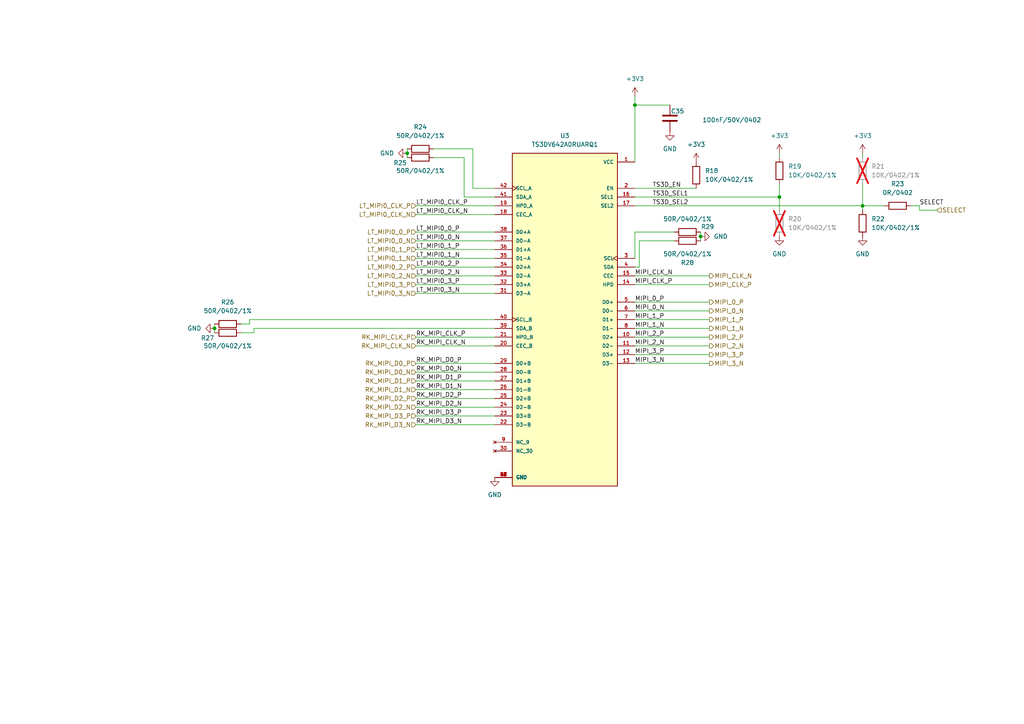
<source format=kicad_sch>
(kicad_sch (version 20231120) (generator "eeschema") (generator_version "8.0")
  (paper "A4")
  (lib_symbols
    (symbol "Device:C" (pin_numbers hide) (pin_names (offset 0.254))
      (property "Reference" "C" (at 0.635 2.54 0))
      (property "Value" "C" (at 0.635 -2.54 0))
      (symbol "C_0_1"
        (polyline (pts (xy -2.032 -0.762) (xy 2.032 -0.762)) (stroke (width 0.508)))
        (polyline (pts (xy -2.032 0.762) (xy 2.032 0.762)) (stroke (width 0.508)))
      )
      (symbol "C_1_1"
        (pin passive line (at 0 3.81 270) (length 2.794) (name "~") (number "1"))
        (pin passive line (at 0 -3.81 90) (length 2.794) (name "~") (number "2"))
      )
    )
    (symbol "Device:R" (pin_numbers hide) (pin_names (offset 0))
      (property "Reference" "R" (at 2.032 0 90))
      (property "Value" "R" (at 0 0 90))
      (symbol "R_0_1"
        (rectangle (start -1.016 -2.54) (end 1.016 2.54) (stroke (width 0.254)))
      )
      (symbol "R_1_1"
        (pin passive line (at 0 3.81 270) (length 1.27) (name "~") (number "1"))
        (pin passive line (at 0 -3.81 90) (length 1.27) (name "~") (number "2"))
      )
    )
    (symbol "USBCtoMIPI:TS3DV642A0RUAR" (pin_names (offset 1.016))
      (property "Reference" "U" (at -15.24 49.53 0))
      (property "Value" "TS3DV642A0RUARQ1" (at -15.24 -49.53 0))
      (symbol "TS3DV642A0RUAR_0_0"
        (rectangle (start -15.24 48.26) (end 15.24 -48.26) (stroke (width 0.254)) (fill (type background)))
        (pin power_in line (at -20.32 45.72 0) (length 5.08) (name "VCC") (number "1"))
        (pin bidirectional line (at -20.32 -5.08 0) (length 5.08) (name "D2+") (number "10"))
        (pin bidirectional line (at -20.32 -7.62 0) (length 5.08) (name "D2-") (number "11"))
        (pin bidirectional line (at -20.32 -10.16 0) (length 5.08) (name "D3+") (number "12"))
        (pin bidirectional line (at -20.32 -12.7 0) (length 5.08) (name "D3-") (number "13"))
        (pin bidirectional line (at -20.32 10.16 0) (length 5.08) (name "HPD") (number "14"))
        (pin bidirectional line (at -20.32 12.7 0) (length 5.08) (name "CEC") (number "15"))
        (pin input line (at -20.32 35.56 0) (length 5.08) (name "SEL1") (number "16"))
        (pin input line (at -20.32 33.02 0) (length 5.08) (name "SEL2") (number "17"))
        (pin bidirectional line (at 20.32 30.48 180) (length 5.08) (name "CEC_A") (number "18"))
        (pin bidirectional line (at 20.32 33.02 180) (length 5.08) (name "HPD_A") (number "19"))
        (pin input line (at -20.32 38.1 0) (length 5.08) (name "EN") (number "2"))
        (pin bidirectional line (at 20.32 -7.62 180) (length 5.08) (name "CEC_B") (number "20"))
        (pin bidirectional line (at 20.32 -5.08 180) (length 5.08) (name "HPD_B") (number "21"))
        (pin bidirectional line (at 20.32 -30.48 180) (length 5.08) (name "D3-B") (number "22"))
        (pin bidirectional line (at 20.32 -27.94 180) (length 5.08) (name "D3+B") (number "23"))
        (pin bidirectional line (at 20.32 -25.4 180) (length 5.08) (name "D2-B") (number "24"))
        (pin bidirectional line (at 20.32 -22.86 180) (length 5.08) (name "D2+B") (number "25"))
        (pin bidirectional line (at 20.32 -20.32 180) (length 5.08) (name "D1-B") (number "26"))
        (pin bidirectional line (at 20.32 -17.78 180) (length 5.08) (name "D1+B") (number "27"))
        (pin bidirectional line (at 20.32 -15.24 180) (length 5.08) (name "D0-B") (number "28"))
        (pin bidirectional line (at 20.32 -12.7 180) (length 5.08) (name "D0+B") (number "29"))
        (pin bidirectional clock (at -20.32 17.78 0) (length 5.08) (name "SCL") (number "3"))
        (pin no_connect line (at 20.32 -38.1 180) (length 5.08) (name "NC_30") (number "30"))
        (pin bidirectional line (at 20.32 7.62 180) (length 5.08) (name "D3-A") (number "31"))
        (pin bidirectional line (at 20.32 10.16 180) (length 5.08) (name "D3+A") (number "32"))
        (pin bidirectional line (at 20.32 12.7 180) (length 5.08) (name "D2-A") (number "33"))
        (pin bidirectional line (at 20.32 15.24 180) (length 5.08) (name "D2+A") (number "34"))
        (pin bidirectional line (at 20.32 17.78 180) (length 5.08) (name "D1-A") (number "35"))
        (pin bidirectional line (at 20.32 20.32 180) (length 5.08) (name "D1+A") (number "36"))
        (pin bidirectional line (at 20.32 22.86 180) (length 5.08) (name "D0-A") (number "37"))
        (pin bidirectional line (at 20.32 25.4 180) (length 5.08) (name "D0+A") (number "38"))
        (pin bidirectional line (at 20.32 -2.54 180) (length 5.08) (name "SDA_B") (number "39"))
        (pin bidirectional line (at -20.32 15.24 0) (length 5.08) (name "SDA") (number "4"))
        (pin bidirectional clock (at 20.32 0 180) (length 5.08) (name "SCL_B") (number "40"))
        (pin bidirectional line (at 20.32 35.56 180) (length 5.08) (name "SDA_A") (number "41"))
        (pin bidirectional clock (at 20.32 38.1 180) (length 5.08) (name "SCL_A") (number "42"))
        (pin power_in line (at 20.32 -45.72 180) (length 5.08) (name "GND") (number "43"))
        (pin power_in line (at 20.32 -45.72 180) (length 5.08) (name "GND") (number "44"))
        (pin power_in line (at 20.32 -45.72 180) (length 5.08) (name "GND") (number "45"))
        (pin power_in line (at 20.32 -45.72 180) (length 5.08) (name "GND") (number "46"))
        (pin power_in line (at 20.32 -45.72 180) (length 5.08) (name "GND") (number "47"))
        (pin power_in line (at 20.32 -45.72 180) (length 5.08) (name "GND") (number "48"))
        (pin power_in line (at 20.32 -45.72 180) (length 5.08) (name "GND") (number "49"))
        (pin bidirectional line (at -20.32 5.08 0) (length 5.08) (name "D0+") (number "5"))
        (pin power_in line (at 20.32 -45.72 180) (length 5.08) (name "GND") (number "50"))
        (pin power_in line (at 20.32 -45.72 180) (length 5.08) (name "GND") (number "51"))
        (pin power_in line (at 20.32 -45.72 180) (length 5.08) (name "GND") (number "52"))
        (pin power_in line (at 20.32 -45.72 180) (length 5.08) (name "GND") (number "53"))
        (pin power_in line (at 20.32 -45.72 180) (length 5.08) (name "GND") (number "54"))
        (pin power_in line (at 20.32 -45.72 180) (length 5.08) (name "GND") (number "55"))
        (pin power_in line (at 20.32 -45.72 180) (length 5.08) (name "GND") (number "56"))
        (pin power_in line (at 20.32 -45.72 180) (length 5.08) (name "GND") (number "57"))
        (pin power_in line (at 20.32 -45.72 180) (length 5.08) (name "GND") (number "58"))
        (pin power_in line (at 20.32 -45.72 180) (length 5.08) (name "GND") (number "59"))
        (pin bidirectional line (at -20.32 2.54 0) (length 5.08) (name "D0-") (number "6"))
        (pin power_in line (at 20.32 -45.72 180) (length 5.08) (name "GND") (number "60"))
        (pin bidirectional line (at -20.32 0 0) (length 5.08) (name "D1+") (number "7"))
        (pin bidirectional line (at -20.32 -2.54 0) (length 5.08) (name "D1-") (number "8"))
        (pin no_connect line (at 20.32 -35.56 180) (length 5.08) (name "NC_9") (number "9"))
      )
    )
    (symbol "power:+3V3" (power) (pin_names (offset 0))
      (property "Value" "+3V3" (at 0 3.556 0))
      (symbol "+3V3_0_1"
        (polyline (pts (xy -0.762 1.27) (xy 0 2.54)))
        (polyline (pts (xy 0 0) (xy 0 2.54)))
        (polyline (pts (xy 0 2.54) (xy 0.762 1.27)))
      )
      (symbol "+3V3_1_1"
        (pin power_in line (at 0 0 90) (length 0) hide (name "+3V3") (number "1"))
      )
    )
    (symbol "power:GND" (power) (pin_numbers hide) (pin_names (offset 0) hide)
      (property "Value" "GND" (at 0 -3.81 0))
      (symbol "GND_0_1"
        (polyline (pts (xy 0 0) (xy 0 -1.27) (xy 1.27 -1.27) (xy 0 -2.54) (xy -1.27 -1.27) (xy 0 -1.27)))
      )
      (symbol "GND_1_1"
        (pin power_in line (at 0 0 270) (length 0) (name "~") (number "1"))
      )
    )
  )
  (junction (at 203.2 68.58))
  (junction (at 250.19 59.69))
  (junction (at 62.23 95.25))
  (junction (at 226.06 57.15))
  (junction (at 118.11 44.45))
  (junction (at 184.15 30.48))
  (wire (pts (xy 137.16 54.61) (xy 137.16 43.18)))
  (wire (pts (xy 120.65 120.65) (xy 143.51 120.65)))
  (wire (pts (xy 72.39 92.71) (xy 143.51 92.71)))
  (wire (pts (xy 143.51 54.61) (xy 137.16 54.61)))
  (wire (pts (xy 184.15 82.55) (xy 205.74 82.55)))
  (wire (pts (xy 195.58 69.85) (xy 185.42 69.85)))
  (wire (pts (xy 137.16 43.18) (xy 125.73 43.18)))
  (wire (pts (xy 184.15 59.69) (xy 250.19 59.69)))
  (wire (pts (xy 120.65 62.23) (xy 143.51 62.23)))
  (wire (pts (xy 184.15 95.25) (xy 205.74 95.25)))
  (wire (pts (xy 264.16 59.69) (xy 266.7 59.69)))
  (wire (pts (xy 226.06 44.45) (xy 226.06 45.72)))
  (wire (pts (xy 120.65 110.49) (xy 143.51 110.49)))
  (wire (pts (xy 120.65 123.19) (xy 143.51 123.19)))
  (wire (pts (xy 250.19 59.69) (xy 250.19 60.96)))
  (wire (pts (xy 120.65 69.85) (xy 143.51 69.85)))
  (wire (pts (xy 184.15 87.63) (xy 205.74 87.63)))
  (wire (pts (xy 120.65 82.55) (xy 143.51 82.55)))
  (wire (pts (xy 120.65 97.79) (xy 143.51 97.79)))
  (wire (pts (xy 184.15 27.94) (xy 184.15 30.48)))
  (wire (pts (xy 203.2 69.85) (xy 203.2 68.58)))
  (wire (pts (xy 184.15 57.15) (xy 226.06 57.15)))
  (wire (pts (xy 73.66 95.25) (xy 143.51 95.25)))
  (wire (pts (xy 120.65 105.41) (xy 143.51 105.41)))
  (wire (pts (xy 120.65 100.33) (xy 143.51 100.33)))
  (wire (pts (xy 203.2 68.58) (xy 203.2 67.31)))
  (wire (pts (xy 69.85 93.98) (xy 72.39 93.98)))
  (wire (pts (xy 271.78 60.96) (xy 266.7 60.96)))
  (wire (pts (xy 250.19 53.34) (xy 250.19 59.69)))
  (wire (pts (xy 120.65 80.01) (xy 143.51 80.01)))
  (wire (pts (xy 120.65 115.57) (xy 143.51 115.57)))
  (wire (pts (xy 184.15 54.61) (xy 201.93 54.61)))
  (wire (pts (xy 120.65 118.11) (xy 143.51 118.11)))
  (wire (pts (xy 185.42 69.85) (xy 185.42 77.47)))
  (wire (pts (xy 184.15 67.31) (xy 195.58 67.31)))
  (wire (pts (xy 134.62 45.72) (xy 134.62 57.15)))
  (wire (pts (xy 134.62 57.15) (xy 143.51 57.15)))
  (wire (pts (xy 120.65 72.39) (xy 143.51 72.39)))
  (wire (pts (xy 184.15 67.31) (xy 184.15 74.93)))
  (wire (pts (xy 226.06 53.34) (xy 226.06 57.15)))
  (wire (pts (xy 184.15 105.41) (xy 205.74 105.41)))
  (wire (pts (xy 184.15 102.87) (xy 205.74 102.87)))
  (wire (pts (xy 62.23 93.98) (xy 62.23 95.25)))
  (wire (pts (xy 184.15 80.01) (xy 205.74 80.01)))
  (wire (pts (xy 118.11 43.18) (xy 118.11 44.45)))
  (wire (pts (xy 120.65 107.95) (xy 143.51 107.95)))
  (wire (pts (xy 118.11 44.45) (xy 118.11 45.72)))
  (wire (pts (xy 73.66 96.52) (xy 73.66 95.25)))
  (wire (pts (xy 120.65 59.69) (xy 143.51 59.69)))
  (wire (pts (xy 125.73 45.72) (xy 134.62 45.72)))
  (wire (pts (xy 120.65 85.09) (xy 143.51 85.09)))
  (wire (pts (xy 184.15 30.48) (xy 184.15 46.99)))
  (wire (pts (xy 184.15 30.48) (xy 194.31 30.48)))
  (wire (pts (xy 120.65 74.93) (xy 143.51 74.93)))
  (wire (pts (xy 184.15 100.33) (xy 205.74 100.33)))
  (wire (pts (xy 72.39 93.98) (xy 72.39 92.71)))
  (wire (pts (xy 226.06 57.15) (xy 226.06 60.96)))
  (wire (pts (xy 120.65 67.31) (xy 143.51 67.31)))
  (wire (pts (xy 120.65 77.47) (xy 143.51 77.47)))
  (wire (pts (xy 120.65 113.03) (xy 143.51 113.03)))
  (wire (pts (xy 250.19 59.69) (xy 256.54 59.69)))
  (wire (pts (xy 62.23 95.25) (xy 62.23 96.52)))
  (wire (pts (xy 250.19 44.45) (xy 250.19 45.72)))
  (wire (pts (xy 185.42 77.47) (xy 184.15 77.47)))
  (wire (pts (xy 69.85 96.52) (xy 73.66 96.52)))
  (wire (pts (xy 266.7 60.96) (xy 266.7 59.69)))
  (wire (pts (xy 184.15 92.71) (xy 205.74 92.71)))
  (wire (pts (xy 184.15 97.79) (xy 205.74 97.79)))
  (wire (pts (xy 184.15 90.17) (xy 205.74 90.17)))
  (label "RK_MIPI_D2_N" (at 120.65 118.11 0))
  (label "TS3D_SEL2" (at 189.23 59.69 0))
  (label "MIPI_1_N" (at 184.15 95.25 0))
  (label "LT_MIPI0_0_P" (at 120.65 67.31 0))
  (label "TS3D_EN" (at 189.23 54.61 0))
  (label "MIPI_CLK_P" (at 184.15 82.55 0))
  (label "RK_MIPI_D1_N" (at 120.65 113.03 0))
  (label "LT_MIPI0_3_P" (at 120.65 82.55 0))
  (label "MIPI_2_P" (at 184.15 97.79 0))
  (label "LT_MIPI0_2_P" (at 120.65 77.47 0))
  (label "MIPI_0_P" (at 184.15 87.63 0))
  (label "LT_MIPI0_1_N" (at 120.65 74.93 0))
  (label "LT_MIPI0_3_N" (at 120.65 85.09 0))
  (label "RK_MIPI_D3_N" (at 120.65 123.19 0))
  (label "LT_MIPI0_1_P" (at 120.65 72.39 0))
  (label "RK_MIPI_D1_P" (at 120.65 110.49 0))
  (label "MIPI_0_N" (at 184.15 90.17 0))
  (label "MIPI_2_N" (at 184.15 100.33 0))
  (label "SELECT" (at 266.7 59.69 0))
  (label "MIPI_3_N" (at 184.15 105.41 0))
  (label "LT_MIPI0_CLK_N" (at 120.65 62.23 0))
  (label "RK_MIPI_CLK_N" (at 120.65 100.33 0))
  (label "RK_MIPI_D0_N" (at 120.65 107.95 0))
  (label "TS3D_SEL1" (at 189.23 57.15 0))
  (label "RK_MIPI_D0_P" (at 120.65 105.41 0))
  (label "LT_MIPI0_CLK_P" (at 120.65 59.69 0))
  (label "LT_MIPI0_2_N" (at 120.65 80.01 0))
  (label "RK_MIPI_D2_P" (at 120.65 115.57 0))
  (label "RK_MIPI_D3_P" (at 120.65 120.65 0))
  (label "MIPI_1_P" (at 184.15 92.71 0))
  (label "RK_MIPI_CLK_P" (at 120.65 97.79 0))
  (label "LT_MIPI0_0_N" (at 120.65 69.85 0))
  (label "MIPI_3_P" (at 184.15 102.87 0))
  (label "MIPI_CLK_N" (at 184.15 80.01 0))
  (hierarchical_label "LT_MIPI0_0_N" (shape input) (at 120.65 69.85 180))
  (hierarchical_label "MIPI_3_P" (shape output) (at 205.74 102.87 0))
  (hierarchical_label "LT_MIPI0_0_P" (shape input) (at 120.65 67.31 180))
  (hierarchical_label "MIPI_1_P" (shape output) (at 205.74 92.71 0))
  (hierarchical_label "SELECT" (shape input) (at 271.78 60.96 0))
  (hierarchical_label "MIPI_1_N" (shape output) (at 205.74 95.25 0))
  (hierarchical_label "RK_MIPI_D3_N" (shape input) (at 120.65 123.19 180))
  (hierarchical_label "LT_MIPI0_3_N" (shape input) (at 120.65 85.09 180))
  (hierarchical_label "RK_MIPI_D0_N" (shape input) (at 120.65 107.95 180))
  (hierarchical_label "LT_MIPI0_1_P" (shape input) (at 120.65 72.39 180))
  (hierarchical_label "MIPI_CLK_P" (shape output) (at 205.74 82.55 0))
  (hierarchical_label "LT_MIPI0_3_P" (shape input) (at 120.65 82.55 180))
  (hierarchical_label "MIPI_2_P" (shape output) (at 205.74 97.79 0))
  (hierarchical_label "RK_MIPI_CLK_N" (shape input) (at 120.65 100.33 180))
  (hierarchical_label "MIPI_CLK_N" (shape output) (at 205.74 80.01 0))
  (hierarchical_label "RK_MIPI_D1_N" (shape input) (at 120.65 113.03 180))
  (hierarchical_label "RK_MIPI_D0_P" (shape input) (at 120.65 105.41 180))
  (hierarchical_label "MIPI_0_N" (shape output) (at 205.74 90.17 0))
  (hierarchical_label "LT_MIPI0_1_N" (shape input) (at 120.65 74.93 180))
  (hierarchical_label "MIPI_2_N" (shape output) (at 205.74 100.33 0))
  (hierarchical_label "RK_MIPI_D2_P" (shape input) (at 120.65 115.57 180))
  (hierarchical_label "LT_MIPI0_CLK_N" (shape input) (at 120.65 62.23 180))
  (hierarchical_label "RK_MIPI_D2_N" (shape input) (at 120.65 118.11 180))
  (hierarchical_label "LT_MIPI0_2_P" (shape input) (at 120.65 77.47 180))
  (hierarchical_label "RK_MIPI_CLK_P" (shape input) (at 120.65 97.79 180))
  (hierarchical_label "MIPI_0_P" (shape output) (at 205.74 87.63 0))
  (hierarchical_label "LT_MIPI0_2_N" (shape input) (at 120.65 80.01 180))
  (hierarchical_label "MIPI_3_N" (shape output) (at 205.74 105.41 0))
  (hierarchical_label "RK_MIPI_D1_P" (shape input) (at 120.65 110.49 180))
  (hierarchical_label "RK_MIPI_D3_P" (shape input) (at 120.65 120.65 180))
  (hierarchical_label "LT_MIPI0_CLK_P" (shape input) (at 120.65 59.69 180))
  (symbol (lib_id "Device:R") (at 226.06 49.53 180) (unit 1)
    (property "Reference" "R19" (at 228.6 48.2599 0) (effects (justify right)))
    (property "Value" "10K/0402/1%" (at 228.6 50.7999 0) (effects (justify right)))
    (property "Footprint" "Resistor_SMD:R_0402_1005Metric" (effects (hide yes)))
    (property "Description" "Resistor" (effects (hide yes)))
    (property "JLCPCB" "C25744" (effects (hide yes)))
  )
  (symbol (lib_id "power:+3V3") (at 201.93 46.99 0) (unit 1)
    (property "Reference" "#PWR032" (effects (hide yes)))
    (property "Value" "+3V3" (at 201.93 41.91 0))
    (property "Description" "Power symbol creates a global label with name \"+3V3\"" (effects (hide yes)))
  )
  (symbol (lib_id "power:+3V3") (at 250.19 44.45 0) (unit 1)
    (property "Reference" "#PWR035" (effects (hide yes)))
    (property "Value" "+3V3" (at 250.19 39.37 0))
    (property "Description" "Power symbol creates a global label with name \"+3V3\"" (effects (hide yes)))
  )
  (symbol (lib_id "Device:R") (at 199.39 67.31 90) (unit 1)
    (property "Reference" "R29" (at 205.232 65.786 90))
    (property "Value" "50R/0402/1%" (at 199.39 63.5 90))
    (property "Footprint" "Resistor_SMD:R_0402_1005Metric" (effects (hide yes)))
    (property "Description" "Resistor" (effects (hide yes)))
    (property "JLCPCB" "C853312" (effects (hide yes)))
  )
  (symbol (lib_id "power:GND") (at 194.31 38.1 0) (unit 1)
    (property "Reference" "#PWR031" (effects (hide yes)))
    (property "Value" "GND" (at 194.31 43.18 0))
    (property "Description" "Power symbol creates a global label with name \"GND\" , ground" (effects (hide yes)))
  )
  (symbol (lib_id "power:+3V3") (at 184.15 27.94 0) (unit 1)
    (property "Reference" "#PWR030" (effects (hide yes)))
    (property "Value" "+3V3" (at 184.15 22.86 0))
    (property "Description" "Power symbol creates a global label with name \"+3V3\"" (effects (hide yes)))
  )
  (symbol (lib_id "power:GND") (at 143.51 138.43 0) (unit 1)
    (property "Reference" "#PWR037" (effects (hide yes)))
    (property "Value" "GND" (at 143.51 143.51 0))
    (property "Description" "Power symbol creates a global label with name \"GND\" , ground" (effects (hide yes)))
  )
  (symbol (lib_id "power:+3V3") (at 226.06 44.45 0) (unit 1)
    (property "Reference" "#PWR033" (effects (hide yes)))
    (property "Value" "+3V3" (at 226.06 39.37 0))
    (property "Description" "Power symbol creates a global label with name \"+3V3\"" (effects (hide yes)))
  )
  (symbol (lib_id "Device:R") (at 260.35 59.69 270) (unit 1)
    (property "Reference" "R23" (at 260.35 53.34 90))
    (property "Value" "0R/0402" (at 260.35 55.88 90))
    (property "Footprint" "Resistor_SMD:R_0402_1005Metric" (effects (hide yes)))
    (property "Description" "Resistor" (effects (hide yes)))
    (property "JLCPCB" "C17168" (effects (hide yes)))
  )
  (symbol (lib_id "Device:R") (at 201.93 50.8 180) (unit 1)
    (property "Reference" "R18" (at 204.47 49.5299 0) (effects (justify right)))
    (property "Value" "10K/0402/1%" (at 204.47 52.0699 0) (effects (justify right)))
    (property "Footprint" "Resistor_SMD:R_0402_1005Metric" (effects (hide yes)))
    (property "Description" "Resistor" (effects (hide yes)))
    (property "JLCPCB" "C25744" (effects (hide yes)))
  )
  (symbol (lib_id "Device:R") (at 199.39 69.85 90) (unit 1)
    (property "Reference" "R28" (at 199.39 76.2 90))
    (property "Value" "50R/0402/1%" (at 199.39 73.66 90))
    (property "Footprint" "Resistor_SMD:R_0402_1005Metric" (effects (hide yes)))
    (property "Description" "Resistor" (effects (hide yes)))
    (property "JLCPCB" "C853312" (effects (hide yes)))
  )
  (symbol (lib_id "power:GND") (at 62.23 95.25 270) (unit 1)
    (property "Reference" "#PWR039" (effects (hide yes)))
    (property "Value" "GND" (at 58.42 95.2499 90) (effects (justify right)))
    (property "Description" "Power symbol creates a global label with name \"GND\" , ground" (effects (hide yes)))
  )
  (symbol (lib_id "power:GND") (at 203.2 68.58 90) (unit 1)
    (property "Reference" "#PWR040" (effects (hide yes)))
    (property "Value" "GND" (at 207.01 68.5801 90) (effects (justify right)))
    (property "Description" "Power symbol creates a global label with name \"GND\" , ground" (effects (hide yes)))
  )
  (symbol (lib_id "power:GND") (at 118.11 44.45 270) (unit 1)
    (property "Reference" "#PWR038" (effects (hide yes)))
    (property "Value" "GND" (at 114.3 44.4499 90) (effects (justify right)))
    (property "Description" "Power symbol creates a global label with name \"GND\" , ground" (effects (hide yes)))
  )
  (symbol (lib_id "power:GND") (at 226.06 68.58 0) (unit 1)
    (property "Reference" "#PWR034" (effects (hide yes)))
    (property "Value" "GND" (at 226.06 73.66 0))
    (property "Description" "Power symbol creates a global label with name \"GND\" , ground" (effects (hide yes)))
  )
  (symbol (lib_id "Device:R") (at 226.06 64.77 180) (unit 1) (dnp yes)
    (property "Reference" "R20" (at 228.6 63.4999 0) (effects (justify right)))
    (property "Value" "10K/0402/1%" (at 228.6 66.0399 0) (effects (justify right)))
    (property "Footprint" "Resistor_SMD:R_0402_1005Metric" (effects (hide yes)))
    (property "Description" "Resistor" (effects (hide yes)))
  )
  (symbol (lib_id "power:GND") (at 250.19 68.58 0) (unit 1)
    (property "Reference" "#PWR036" (effects (hide yes)))
    (property "Value" "GND" (at 250.19 73.66 0))
    (property "Description" "Power symbol creates a global label with name \"GND\" , ground" (effects (hide yes)))
  )
  (symbol (lib_id "Device:R") (at 250.19 49.53 180) (unit 1) (dnp yes)
    (property "Reference" "R21" (at 252.73 48.2599 0) (effects (justify right)))
    (property "Value" "10K/0402/1%" (at 252.73 50.7999 0) (effects (justify right)))
    (property "Footprint" "Resistor_SMD:R_0402_1005Metric" (effects (hide yes)))
    (property "Description" "Resistor" (effects (hide yes)))
  )
  (symbol (lib_id "Device:R") (at 66.04 93.98 270) (unit 1)
    (property "Reference" "R26" (at 66.04 87.63 90))
    (property "Value" "50R/0402/1%" (at 66.04 90.17 90))
    (property "Footprint" "Resistor_SMD:R_0402_1005Metric" (effects (hide yes)))
    (property "Description" "Resistor" (effects (hide yes)))
    (property "JLCPCB" "C853312" (effects (hide yes)))
  )
  (symbol (lib_id "Device:R") (at 66.04 96.52 270) (unit 1)
    (property "Reference" "R27" (at 60.198 98.044 90))
    (property "Value" "50R/0402/1%" (at 66.04 100.33 90))
    (property "Footprint" "Resistor_SMD:R_0402_1005Metric" (effects (hide yes)))
    (property "Description" "Resistor" (effects (hide yes)))
    (property "JLCPCB" "C853312" (effects (hide yes)))
  )
  (symbol (lib_id "Device:R") (at 121.92 45.72 270) (unit 1)
    (property "Reference" "R25" (at 116.078 47.244 90))
    (property "Value" "50R/0402/1%" (at 121.92 49.53 90))
    (property "Footprint" "Resistor_SMD:R_0402_1005Metric" (effects (hide yes)))
    (property "Description" "Resistor" (effects (hide yes)))
    (property "JLCPCB" "C853312" (effects (hide yes)))
  )
  (symbol (lib_id "Device:R") (at 121.92 43.18 270) (unit 1)
    (property "Reference" "R24" (at 121.92 36.83 90))
    (property "Value" "50R/0402/1%" (at 121.92 39.37 90))
    (property "Footprint" "Resistor_SMD:R_0402_1005Metric" (effects (hide yes)))
    (property "Description" "Resistor" (effects (hide yes)))
    (property "JLCPCB" "C853312" (effects (hide yes)))
  )
  (symbol (lib_id "USBCtoMIPI:TS3DV642A0RUAR") (at 163.83 92.71 0) (mirror y) (unit 1)
    (property "Reference" "U3" (at 163.83 39.37 0))
    (property "Value" "TS3DV642A0RUARQ1" (at 163.83 41.91 0))
    (property "Footprint" "USBToMIPI:QFN50P900X350X80-43N" (effects (hide yes)))
    (property "JLCPCB" "C157482" (effects (hide yes)))
  )
  (symbol (lib_id "Device:R") (at 250.19 64.77 180) (unit 1)
    (property "Reference" "R22" (at 252.73 63.4999 0) (effects (justify right)))
    (property "Value" "10K/0402/1%" (at 252.73 66.0399 0) (effects (justify right)))
    (property "Footprint" "Resistor_SMD:R_0402_1005Metric" (effects (hide yes)))
    (property "Description" "Resistor" (effects (hide yes)))
    (property "JLCPCB" "C25744" (effects (hide yes)))
  )
  (symbol (lib_id "Device:C") (at 194.31 34.29 0) (unit 1)
    (property "Reference" "C35" (at 194.564 32.258 0) (effects (justify left)))
    (property "Value" "100nF/50V/0402" (at 203.708 34.798 0) (effects (justify left)))
    (property "Footprint" "Capacitor_SMD:C_0402_1005Metric" (effects (hide yes)))
    (property "Description" "Unpolarized capacitor" (effects (hide yes)))
    (property "JLCPCB" "C77020" (effects (hide yes)))
  )
)
</source>
